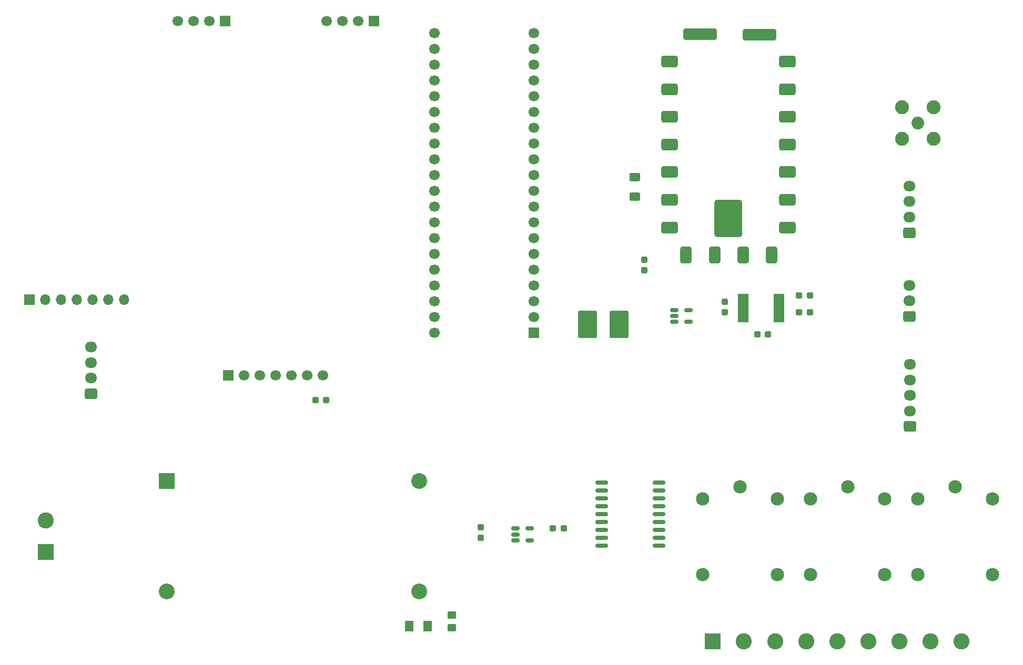
<source format=gts>
%TF.GenerationSoftware,KiCad,Pcbnew,8.0.4*%
%TF.CreationDate,2025-02-09T10:04:46+05:30*%
%TF.ProjectId,CAR PCB,43415220-5043-4422-9e6b-696361645f70,rev?*%
%TF.SameCoordinates,Original*%
%TF.FileFunction,Soldermask,Top*%
%TF.FilePolarity,Negative*%
%FSLAX46Y46*%
G04 Gerber Fmt 4.6, Leading zero omitted, Abs format (unit mm)*
G04 Created by KiCad (PCBNEW 8.0.4) date 2025-02-09 10:04:46*
%MOMM*%
%LPD*%
G01*
G04 APERTURE LIST*
G04 Aperture macros list*
%AMRoundRect*
0 Rectangle with rounded corners*
0 $1 Rounding radius*
0 $2 $3 $4 $5 $6 $7 $8 $9 X,Y pos of 4 corners*
0 Add a 4 corners polygon primitive as box body*
4,1,4,$2,$3,$4,$5,$6,$7,$8,$9,$2,$3,0*
0 Add four circle primitives for the rounded corners*
1,1,$1+$1,$2,$3*
1,1,$1+$1,$4,$5*
1,1,$1+$1,$6,$7*
1,1,$1+$1,$8,$9*
0 Add four rect primitives between the rounded corners*
20,1,$1+$1,$2,$3,$4,$5,0*
20,1,$1+$1,$4,$5,$6,$7,0*
20,1,$1+$1,$6,$7,$8,$9,0*
20,1,$1+$1,$8,$9,$2,$3,0*%
G04 Aperture macros list end*
%ADD10RoundRect,0.150000X-0.512500X-0.150000X0.512500X-0.150000X0.512500X0.150000X-0.512500X0.150000X0*%
%ADD11RoundRect,0.237500X-0.300000X-0.237500X0.300000X-0.237500X0.300000X0.237500X-0.300000X0.237500X0*%
%ADD12RoundRect,0.237500X0.300000X0.237500X-0.300000X0.237500X-0.300000X-0.237500X0.300000X-0.237500X0*%
%ADD13R,2.600000X2.600000*%
%ADD14C,2.600000*%
%ADD15RoundRect,0.475000X2.275000X0.475000X-2.275000X0.475000X-2.275000X-0.475000X2.275000X-0.475000X0*%
%ADD16RoundRect,0.475000X0.900000X0.475000X-0.900000X0.475000X-0.900000X-0.475000X0.900000X-0.475000X0*%
%ADD17RoundRect,0.475000X-0.475000X0.900000X-0.475000X-0.900000X0.475000X-0.900000X0.475000X0.900000X0*%
%ADD18RoundRect,0.237500X0.237500X-0.300000X0.237500X0.300000X-0.237500X0.300000X-0.237500X-0.300000X0*%
%ADD19RoundRect,0.250000X0.725000X-0.600000X0.725000X0.600000X-0.725000X0.600000X-0.725000X-0.600000X0*%
%ADD20O,1.950000X1.700000*%
%ADD21RoundRect,0.250000X-0.450000X0.350000X-0.450000X-0.350000X0.450000X-0.350000X0.450000X0.350000X0*%
%ADD22R,1.700000X1.700000*%
%ADD23C,1.700000*%
%ADD24RoundRect,0.076750X-0.810250X-0.230250X0.810250X-0.230250X0.810250X0.230250X-0.810250X0.230250X0*%
%ADD25RoundRect,0.250001X-0.462499X-0.624999X0.462499X-0.624999X0.462499X0.624999X-0.462499X0.624999X0*%
%ADD26O,1.700000X1.700000*%
%ADD27C,2.154000*%
%ADD28RoundRect,0.250001X-1.262499X-1.974999X1.262499X-1.974999X1.262499X1.974999X-1.262499X1.974999X0*%
%ADD29RoundRect,0.237500X-0.237500X0.300000X-0.237500X-0.300000X0.237500X-0.300000X0.237500X0.300000X0*%
%ADD30RoundRect,0.250000X0.625000X-0.400000X0.625000X0.400000X-0.625000X0.400000X-0.625000X-0.400000X0*%
%ADD31R,2.540000X2.540000*%
%ADD32C,2.540000*%
%ADD33RoundRect,0.150000X-0.875000X-0.150000X0.875000X-0.150000X0.875000X0.150000X-0.875000X0.150000X0*%
%ADD34C,2.050000*%
%ADD35C,2.250000*%
G04 APERTURE END LIST*
D10*
%TO.C,U202*%
X173874000Y-104018000D03*
X173874000Y-104968000D03*
X173874000Y-105918000D03*
X176149000Y-105918000D03*
X176149000Y-104018000D03*
%TD*%
D11*
%TO.C,C101*%
X154331500Y-139192000D03*
X156056500Y-139192000D03*
%TD*%
D12*
%TO.C,C206*%
X195680500Y-104394000D03*
X193955500Y-104394000D03*
%TD*%
D13*
%TO.C,J701*%
X180091000Y-157353000D03*
D14*
X185091000Y-157353000D03*
X190091000Y-157353000D03*
X195091000Y-157353000D03*
X200091000Y-157353000D03*
X205091000Y-157353000D03*
X210091000Y-157353000D03*
X215091000Y-157353000D03*
X220091000Y-157353000D03*
%TD*%
D15*
%TO.C,U201*%
X187551000Y-59661000D03*
X178061000Y-59571000D03*
D16*
X173101000Y-64021000D03*
X173101000Y-68471000D03*
X173101000Y-72921000D03*
X173101000Y-77371000D03*
X173101000Y-81821000D03*
X173101000Y-86271000D03*
X173101000Y-90721000D03*
D17*
X175761000Y-95171000D03*
X180361000Y-95171000D03*
X184961000Y-95171000D03*
X189561000Y-95171000D03*
D16*
X192101000Y-90721000D03*
X192101000Y-86271000D03*
X192101000Y-81821000D03*
X192101000Y-77371000D03*
X192101000Y-72921000D03*
X192101000Y-68471000D03*
X192101000Y-64021000D03*
%TD*%
D18*
%TO.C,C207*%
X181991000Y-104394000D03*
X181991000Y-102669000D03*
%TD*%
D19*
%TO.C,SW201*%
X211709000Y-91567000D03*
D20*
X211709000Y-89067000D03*
X211709000Y-86567000D03*
X211709000Y-84067000D03*
%TD*%
D21*
%TO.C,R101*%
X138049000Y-153194000D03*
X138049000Y-155194000D03*
%TD*%
D22*
%TO.C,J401*%
X102108000Y-114554000D03*
D23*
X104648000Y-114554000D03*
X107188000Y-114554000D03*
X109728000Y-114554000D03*
X112268000Y-114554000D03*
X114808000Y-114554000D03*
X117348000Y-114554000D03*
D22*
X125538000Y-57514000D03*
D23*
X122998000Y-57514000D03*
X120458000Y-57514000D03*
X117918000Y-57514000D03*
D22*
X101538000Y-57514000D03*
D23*
X98998000Y-57514000D03*
X96458000Y-57514000D03*
X93918000Y-57514000D03*
%TD*%
D19*
%TO.C,J201*%
X211836000Y-122776000D03*
D20*
X211836000Y-120276000D03*
X211836000Y-117776000D03*
X211836000Y-115276000D03*
X211836000Y-112776000D03*
%TD*%
D10*
%TO.C,U102*%
X148292000Y-139225000D03*
X148292000Y-140175000D03*
X148292000Y-141125000D03*
X150567000Y-141125000D03*
X150567000Y-139225000D03*
%TD*%
D11*
%TO.C,C401*%
X116104500Y-118491000D03*
X117829500Y-118491000D03*
%TD*%
D24*
%TO.C,U204*%
X184963000Y-101802000D03*
X184963000Y-102452000D03*
X184963000Y-103102000D03*
X184963000Y-103752000D03*
X184963000Y-104402000D03*
X184963000Y-105052000D03*
X184963000Y-105702000D03*
X190703000Y-105702000D03*
X190703000Y-105052000D03*
X190703000Y-104402000D03*
X190703000Y-103752000D03*
X190703000Y-103102000D03*
X190703000Y-102452000D03*
X190703000Y-101802000D03*
%TD*%
D25*
%TO.C,D101*%
X131191000Y-154940000D03*
X134166000Y-154940000D03*
%TD*%
D22*
%TO.C,J601*%
X70104000Y-102362000D03*
D26*
X72644000Y-102362000D03*
X75184000Y-102362000D03*
X77724000Y-102362000D03*
X80264000Y-102362000D03*
X82804000Y-102362000D03*
X85344000Y-102362000D03*
%TD*%
D27*
%TO.C,K701*%
X178484500Y-134461000D03*
X190484500Y-134461000D03*
X184484500Y-132461000D03*
X190484500Y-146661000D03*
X178484500Y-146661000D03*
%TD*%
%TO.C,K702*%
X195772000Y-134461000D03*
X207772000Y-134461000D03*
X201772000Y-132461000D03*
X207772000Y-146661000D03*
X195772000Y-146661000D03*
%TD*%
D11*
%TO.C,C202*%
X187224500Y-107943000D03*
X188949500Y-107943000D03*
%TD*%
D28*
%TO.C,R701*%
X159920500Y-106299000D03*
X164945500Y-106299000D03*
%TD*%
D19*
%TO.C,J501*%
X80010000Y-117482000D03*
D20*
X80010000Y-114982000D03*
X80010000Y-112482000D03*
X80010000Y-109982000D03*
%TD*%
D29*
%TO.C,C203*%
X169037000Y-95911500D03*
X169037000Y-97636500D03*
%TD*%
D12*
%TO.C,C201*%
X195680500Y-101720000D03*
X193955500Y-101720000D03*
%TD*%
D30*
%TO.C,R201*%
X167513000Y-85744000D03*
X167513000Y-82644000D03*
%TD*%
D31*
%TO.C,U101*%
X92202000Y-131572000D03*
D32*
X92202000Y-149352000D03*
X132842000Y-149352000D03*
X132842000Y-131572000D03*
%TD*%
D33*
%TO.C,U701*%
X162150000Y-131826000D03*
X162150000Y-133096000D03*
X162150000Y-134366000D03*
X162150000Y-135636000D03*
X162150000Y-136906000D03*
X162150000Y-138176000D03*
X162150000Y-139446000D03*
X162150000Y-140716000D03*
X162150000Y-141986000D03*
X171450000Y-141986000D03*
X171450000Y-140716000D03*
X171450000Y-139446000D03*
X171450000Y-138176000D03*
X171450000Y-136906000D03*
X171450000Y-135636000D03*
X171450000Y-134366000D03*
X171450000Y-133096000D03*
X171450000Y-131826000D03*
%TD*%
D29*
%TO.C,C102*%
X142748000Y-138991000D03*
X142748000Y-140716000D03*
%TD*%
D13*
%TO.C,J102*%
X72690000Y-143007000D03*
D14*
X72690000Y-137927000D03*
%TD*%
D27*
%TO.C,K703*%
X213059500Y-134461000D03*
X225059500Y-134461000D03*
X219059500Y-132461000D03*
X225059500Y-146661000D03*
X213059500Y-146661000D03*
%TD*%
D19*
%TO.C,RV201*%
X211709000Y-105069000D03*
D20*
X211709000Y-102569000D03*
X211709000Y-100069000D03*
%TD*%
D23*
%TO.C,U301*%
X135231000Y-59436000D03*
X135231000Y-61976000D03*
X135231000Y-64516000D03*
X135231000Y-67056000D03*
X135231000Y-69596000D03*
X135231000Y-72136000D03*
X135231000Y-74676000D03*
X135231000Y-77216000D03*
X135231000Y-79756000D03*
X135231000Y-82296000D03*
X135231000Y-84836000D03*
X135231000Y-87376000D03*
X135231000Y-89916000D03*
X135231000Y-92456000D03*
X135231000Y-94996000D03*
X135231000Y-97536000D03*
X135231000Y-100076000D03*
X135231000Y-102616000D03*
X135231000Y-105156000D03*
X135231000Y-107696000D03*
X151281000Y-59436000D03*
X151281000Y-61976000D03*
X151281000Y-64516000D03*
X151281000Y-67056000D03*
X151281000Y-69596000D03*
X151281000Y-72136000D03*
X151281000Y-74676000D03*
X151281000Y-77216000D03*
X151281000Y-79756000D03*
X151281000Y-82296000D03*
X151281000Y-84836000D03*
X151281000Y-87376000D03*
X151281000Y-89916000D03*
X151281000Y-92456000D03*
X151281000Y-94996000D03*
X151281000Y-97536000D03*
X151281000Y-100076000D03*
X151281000Y-102616000D03*
X151281000Y-105156000D03*
D22*
X151281000Y-107696000D03*
%TD*%
D34*
%TO.C,AE101*%
X213106000Y-73914000D03*
D35*
X210566000Y-76454000D03*
X215646000Y-76454000D03*
X210566000Y-71374000D03*
X215646000Y-71374000D03*
%TD*%
G36*
X184293059Y-86234061D02*
G01*
X184398223Y-86247906D01*
X184429491Y-86256284D01*
X184519918Y-86293740D01*
X184547951Y-86309925D01*
X184625601Y-86369508D01*
X184648491Y-86392398D01*
X184708074Y-86470048D01*
X184724259Y-86498081D01*
X184761715Y-86588508D01*
X184770093Y-86619775D01*
X184783939Y-86724939D01*
X184785000Y-86741125D01*
X184785000Y-91770074D01*
X184783939Y-91786260D01*
X184770093Y-91891424D01*
X184761715Y-91922691D01*
X184724259Y-92013118D01*
X184708074Y-92041151D01*
X184648491Y-92118801D01*
X184625601Y-92141691D01*
X184547951Y-92201274D01*
X184519918Y-92217459D01*
X184429491Y-92254915D01*
X184398224Y-92263293D01*
X184293060Y-92277139D01*
X184276874Y-92278200D01*
X180848126Y-92278200D01*
X180831940Y-92277139D01*
X180726775Y-92263293D01*
X180695508Y-92254915D01*
X180605081Y-92217459D01*
X180577048Y-92201274D01*
X180499398Y-92141691D01*
X180476508Y-92118801D01*
X180416925Y-92041151D01*
X180400740Y-92013118D01*
X180363284Y-91922691D01*
X180354906Y-91891423D01*
X180341061Y-91786259D01*
X180340000Y-91770074D01*
X180340000Y-86741125D01*
X180341061Y-86724940D01*
X180354906Y-86619776D01*
X180363284Y-86588508D01*
X180400740Y-86498081D01*
X180416925Y-86470048D01*
X180476508Y-86392398D01*
X180499398Y-86369508D01*
X180577048Y-86309925D01*
X180605081Y-86293740D01*
X180695508Y-86256284D01*
X180726776Y-86247906D01*
X180831941Y-86234061D01*
X180848126Y-86233000D01*
X184276874Y-86233000D01*
X184293059Y-86234061D01*
G37*
M02*

</source>
